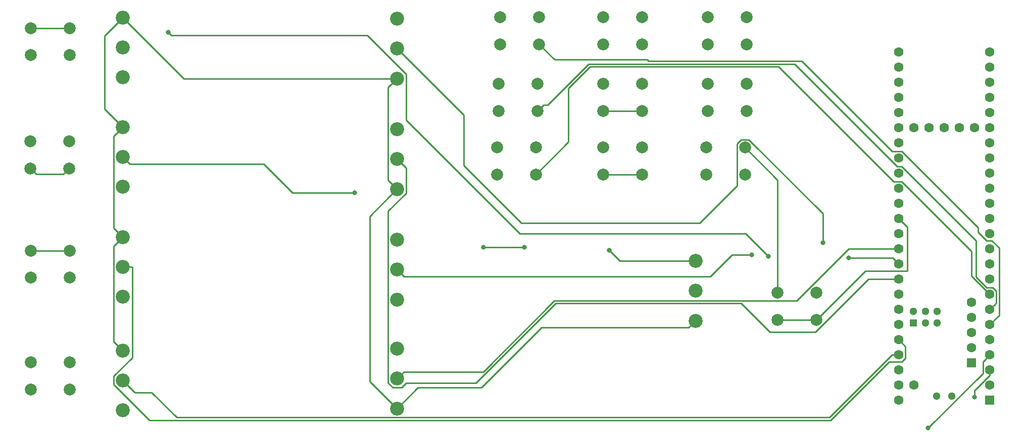
<source format=gbr>
G04 #@! TF.GenerationSoftware,KiCad,Pcbnew,(5.1.4-0-10_14)*
G04 #@! TF.CreationDate,2020-08-23T12:41:51+02:00*
G04 #@! TF.ProjectId,the_mvp,7468655f-6d76-4702-9e6b-696361645f70,1.0*
G04 #@! TF.SameCoordinates,Original*
G04 #@! TF.FileFunction,Copper,L2,Bot*
G04 #@! TF.FilePolarity,Positive*
%FSLAX46Y46*%
G04 Gerber Fmt 4.6, Leading zero omitted, Abs format (unit mm)*
G04 Created by KiCad (PCBNEW (5.1.4-0-10_14)) date 2020-08-23 12:41:51*
%MOMM*%
%LPD*%
G04 APERTURE LIST*
%ADD10C,1.300000*%
%ADD11C,1.600000*%
%ADD12R,1.300000X1.300000*%
%ADD13R,1.600000X1.600000*%
%ADD14C,2.000000*%
%ADD15C,2.340000*%
%ADD16C,0.800000*%
%ADD17C,0.250000*%
G04 APERTURE END LIST*
D10*
X208788000Y-92234000D03*
X211328000Y-92234000D03*
D11*
X204978000Y-47244000D03*
X207518000Y-47244000D03*
X210058000Y-47244000D03*
X212598000Y-47244000D03*
X215138000Y-47244000D03*
D10*
X208876400Y-79994000D03*
X208876400Y-77994000D03*
X206876400Y-77994000D03*
X206876400Y-79994000D03*
X204876400Y-77994000D03*
D12*
X204876400Y-79994000D03*
D11*
X217678000Y-52324000D03*
X217678000Y-49784000D03*
X217678000Y-47244000D03*
X217678000Y-44704000D03*
X217678000Y-54864000D03*
X217678000Y-57404000D03*
X217678000Y-59944000D03*
X217678000Y-42164000D03*
X217678000Y-39624000D03*
X217678000Y-37084000D03*
X217678000Y-34544000D03*
X202438000Y-34544000D03*
X202438000Y-37084000D03*
X202438000Y-39624000D03*
X202438000Y-42164000D03*
X202438000Y-44704000D03*
X202438000Y-47244000D03*
X202438000Y-49784000D03*
X202438000Y-52324000D03*
X202438000Y-54864000D03*
X202438000Y-57404000D03*
X217678000Y-62484000D03*
X217678000Y-65024000D03*
X217678000Y-67564000D03*
X217678000Y-70104000D03*
X217678000Y-72644000D03*
X217678000Y-75184000D03*
X217678000Y-77724000D03*
X217678000Y-80264000D03*
X217678000Y-82804000D03*
X217678000Y-85344000D03*
X217678000Y-87884000D03*
X217678000Y-90424000D03*
D13*
X217678000Y-92964000D03*
D11*
X202438000Y-59944000D03*
X202438000Y-62484000D03*
X202438000Y-65024000D03*
X202438000Y-67564000D03*
X202438000Y-70104000D03*
X202438000Y-72644000D03*
X202438000Y-75184000D03*
X202438000Y-77724000D03*
X202438000Y-80264000D03*
X202438000Y-82804000D03*
X202438000Y-85344000D03*
X202438000Y-87884000D03*
X202438000Y-90424000D03*
X202438000Y-92964000D03*
D13*
X214627200Y-86664800D03*
D11*
X214627200Y-84124800D03*
X214627200Y-81584800D03*
X214627200Y-79044800D03*
X214627200Y-76504800D03*
X204978000Y-90424000D03*
D14*
X159408000Y-50546000D03*
X159408000Y-55046000D03*
X152908000Y-50546000D03*
X152908000Y-55046000D03*
X159408000Y-39878000D03*
X159408000Y-44378000D03*
X152908000Y-39878000D03*
X152908000Y-44378000D03*
X141882000Y-39878000D03*
X141882000Y-44378000D03*
X135382000Y-39878000D03*
X135382000Y-44378000D03*
D15*
X168402000Y-69596000D03*
X168402000Y-74596000D03*
X168402000Y-79596000D03*
X118364000Y-84328000D03*
X118364000Y-89328000D03*
X118364000Y-94328000D03*
X118364000Y-66040000D03*
X118364000Y-71040000D03*
X118364000Y-76040000D03*
X118364000Y-47498000D03*
X118364000Y-52498000D03*
X118364000Y-57498000D03*
X118364000Y-28956000D03*
X118364000Y-33956000D03*
X118364000Y-38956000D03*
X72390000Y-94615000D03*
X72390000Y-89615000D03*
X72390000Y-84615000D03*
X72390000Y-75565000D03*
X72390000Y-70565000D03*
X72390000Y-65565000D03*
X72390000Y-57150000D03*
X72390000Y-52150000D03*
X72390000Y-47150000D03*
X72390000Y-38735000D03*
X72390000Y-33735000D03*
X72390000Y-28735000D03*
D14*
X63500000Y-86614000D03*
X63500000Y-91114000D03*
X57000000Y-86614000D03*
X57000000Y-91114000D03*
X57000000Y-72390000D03*
X57000000Y-67890000D03*
X63500000Y-72390000D03*
X63500000Y-67890000D03*
X63396000Y-49530000D03*
X63396000Y-54030000D03*
X56896000Y-49530000D03*
X56896000Y-54030000D03*
X57000000Y-35052000D03*
X57000000Y-30552000D03*
X63500000Y-35052000D03*
X63500000Y-30552000D03*
X188618000Y-74930000D03*
X188618000Y-79430000D03*
X182118000Y-74930000D03*
X182118000Y-79430000D03*
X176680000Y-50546000D03*
X176680000Y-55046000D03*
X170180000Y-50546000D03*
X170180000Y-55046000D03*
X176934000Y-39878000D03*
X176934000Y-44378000D03*
X170434000Y-39878000D03*
X170434000Y-44378000D03*
X176934000Y-28702000D03*
X176934000Y-33202000D03*
X170434000Y-28702000D03*
X170434000Y-33202000D03*
X159408000Y-28702000D03*
X159408000Y-33202000D03*
X152908000Y-28702000D03*
X152908000Y-33202000D03*
X141628000Y-50546000D03*
X141628000Y-55046000D03*
X135128000Y-50546000D03*
X135128000Y-55046000D03*
X142136000Y-28702000D03*
X142136000Y-33202000D03*
X135636000Y-28702000D03*
X135636000Y-33202000D03*
D16*
X207352500Y-97624500D03*
X215099500Y-92417500D03*
X177800000Y-68580000D03*
X194056000Y-69088000D03*
X189738000Y-66548000D03*
X180594000Y-68834000D03*
X80010000Y-31242000D03*
X111252000Y-58166000D03*
X132842000Y-67310000D03*
X139700000Y-67310000D03*
X153924000Y-67818000D03*
D17*
X182118000Y-55984000D02*
X176680000Y-50546000D01*
X182118000Y-74930000D02*
X182118000Y-55984000D01*
X151130000Y-35814000D02*
X151384000Y-35814000D01*
X144748000Y-35814000D02*
X142136000Y-33202000D01*
X151384000Y-35814000D02*
X144748000Y-35814000D01*
X160274000Y-35814000D02*
X151384000Y-35814000D01*
X217678000Y-80264000D02*
X219253011Y-78688989D01*
X202978001Y-51198999D02*
X201312999Y-51198999D01*
X219253011Y-67361011D02*
X218041001Y-66149001D01*
X215716501Y-64727503D02*
X215716501Y-63937499D01*
X217137999Y-66149001D02*
X215716501Y-64727503D01*
X160528000Y-36068000D02*
X160274000Y-35814000D01*
X186182000Y-36068000D02*
X160528000Y-36068000D01*
X215716501Y-63937499D02*
X202978001Y-51198999D01*
X218041001Y-66149001D02*
X217137999Y-66149001D01*
X219253011Y-78688989D02*
X219253011Y-67361011D01*
X201312999Y-51198999D02*
X186182000Y-36068000D01*
X218477999Y-76924001D02*
X217678000Y-77724000D01*
X218803001Y-76598999D02*
X218477999Y-76924001D01*
X218803001Y-74643999D02*
X218803001Y-76598999D01*
X217189409Y-74058999D02*
X218218001Y-74058999D01*
X142881999Y-43378001D02*
X143565999Y-43378001D01*
X202187997Y-53738999D02*
X202978001Y-53738999D01*
X215392000Y-66152998D02*
X215392000Y-72261590D01*
X202978001Y-53738999D02*
X215392000Y-66152998D01*
X150425990Y-36518010D02*
X184967008Y-36518010D01*
X184967008Y-36518010D02*
X202187997Y-53738999D01*
X215392000Y-72261590D02*
X217189409Y-74058999D01*
X141882000Y-44378000D02*
X142881999Y-43378001D01*
X218218001Y-74058999D02*
X218803001Y-74643999D01*
X143565999Y-43378001D02*
X150425990Y-36518010D01*
X216878001Y-74384001D02*
X217678000Y-75184000D01*
X202978001Y-56278999D02*
X214630000Y-67930998D01*
X214630000Y-72136000D02*
X216878001Y-74384001D01*
X201566999Y-56278999D02*
X202978001Y-56278999D01*
X182256020Y-36968020D02*
X201566999Y-56278999D01*
X150737980Y-36968020D02*
X182256020Y-36968020D01*
X214630000Y-67930998D02*
X214630000Y-72136000D01*
X147066000Y-49608000D02*
X147066000Y-40640000D01*
X147066000Y-40640000D02*
X150737980Y-36968020D01*
X141628000Y-55046000D02*
X147066000Y-49608000D01*
X152908000Y-44378000D02*
X159408000Y-44378000D01*
X152908000Y-55046000D02*
X159408000Y-55046000D01*
X188618000Y-79430000D02*
X196818999Y-71229001D01*
X182118000Y-79430000D02*
X188618000Y-79430000D01*
X216878001Y-86143999D02*
X217678000Y-85344000D01*
X216552999Y-86469001D02*
X216878001Y-86143999D01*
X216552999Y-88424001D02*
X216552999Y-86469001D01*
X207352500Y-97624500D02*
X216552999Y-88424001D01*
X57000000Y-67890000D02*
X63500000Y-67890000D01*
X217678000Y-88758998D02*
X217678000Y-87884000D01*
X215099500Y-91337498D02*
X217678000Y-88758998D01*
X215099500Y-92417500D02*
X215099500Y-91337498D01*
X62396001Y-55029999D02*
X63396000Y-54030000D01*
X57895999Y-55029999D02*
X62396001Y-55029999D01*
X56896000Y-54030000D02*
X57895999Y-55029999D01*
X57000000Y-30552000D02*
X63500000Y-30552000D01*
X119533999Y-88158001D02*
X132821999Y-88158001D01*
X118364000Y-89328000D02*
X119533999Y-88158001D01*
X194022998Y-67564000D02*
X201306630Y-67564000D01*
X185331997Y-76255001D02*
X194022998Y-67564000D01*
X201306630Y-67564000D02*
X202438000Y-67564000D01*
X144724999Y-76255001D02*
X185331997Y-76255001D01*
X132821999Y-88158001D02*
X144724999Y-76255001D01*
X119533999Y-72209999D02*
X170868001Y-72209999D01*
X118364000Y-71040000D02*
X119533999Y-72209999D01*
X170868001Y-72209999D02*
X174498000Y-68580000D01*
X174498000Y-68580000D02*
X177800000Y-68580000D01*
X177800000Y-68580000D02*
X177800000Y-68580000D01*
X201422000Y-69088000D02*
X202438000Y-70104000D01*
X194056000Y-69088000D02*
X201422000Y-69088000D01*
X119859001Y-53993001D02*
X119533999Y-53667999D01*
X119533999Y-53667999D02*
X118364000Y-52498000D01*
X119859001Y-58215601D02*
X119859001Y-53993001D01*
X116868999Y-90045601D02*
X116868999Y-61205603D01*
X116868999Y-61205603D02*
X119859001Y-58215601D01*
X119081601Y-90823001D02*
X117646399Y-90823001D01*
X119859001Y-90045601D02*
X119081601Y-90823001D01*
X131570809Y-90045601D02*
X119859001Y-90045601D01*
X144911399Y-76705011D02*
X131570809Y-90045601D01*
X176019011Y-76705011D02*
X144911399Y-76705011D01*
X117646399Y-90823001D02*
X116868999Y-90045601D01*
X188475002Y-81534000D02*
X180848000Y-81534000D01*
X180848000Y-81534000D02*
X176019011Y-76705011D01*
X197365002Y-72644000D02*
X188475002Y-81534000D01*
X202438000Y-72644000D02*
X197365002Y-72644000D01*
X129540000Y-45132000D02*
X129540000Y-53594000D01*
X118364000Y-33956000D02*
X129540000Y-45132000D01*
X129540000Y-53594000D02*
X139192000Y-63246000D01*
X176043999Y-49220999D02*
X177316001Y-49220999D01*
X177316001Y-49220999D02*
X189738000Y-61642998D01*
X175354999Y-56933009D02*
X175354999Y-49909999D01*
X175354999Y-49909999D02*
X176043999Y-49220999D01*
X169042008Y-63246000D02*
X175354999Y-56933009D01*
X139192000Y-63246000D02*
X169042008Y-63246000D01*
X189738000Y-61642998D02*
X189738000Y-66294000D01*
X189738000Y-66294000D02*
X189738000Y-66548000D01*
X189738000Y-66548000D02*
X189738000Y-66548000D01*
X176784000Y-65024000D02*
X138938000Y-65024000D01*
X180594000Y-68834000D02*
X176784000Y-65024000D01*
X119859001Y-38238399D02*
X113370602Y-31750000D01*
X119859001Y-45945001D02*
X119859001Y-38238399D01*
X138938000Y-65024000D02*
X119859001Y-45945001D01*
X113370602Y-31750000D02*
X80518000Y-31750000D01*
X80518000Y-31750000D02*
X80010000Y-31242000D01*
X80010000Y-31242000D02*
X80010000Y-31242000D01*
X111252000Y-58166000D02*
X111252000Y-58166000D01*
X132842000Y-67310000D02*
X139700000Y-67310000D01*
X73559999Y-53319999D02*
X72390000Y-52150000D01*
X95991999Y-53319999D02*
X73559999Y-53319999D01*
X100838000Y-58166000D02*
X95991999Y-53319999D01*
X111252000Y-58166000D02*
X100838000Y-58166000D01*
X203563001Y-85884001D02*
X203563001Y-83929001D01*
X202978001Y-86469001D02*
X203563001Y-85884001D01*
X203563001Y-83929001D02*
X202438000Y-82804000D01*
X191014030Y-96273010D02*
X200818039Y-86469001D01*
X70894999Y-90332601D02*
X76835408Y-96273010D01*
X70894999Y-88897399D02*
X70894999Y-90332601D01*
X73961000Y-85831398D02*
X70894999Y-88897399D01*
X200818039Y-86469001D02*
X202978001Y-86469001D01*
X73961000Y-70565000D02*
X73961000Y-85831398D01*
X76835408Y-96273010D02*
X191014030Y-96273010D01*
X72390000Y-70565000D02*
X73961000Y-70565000D01*
X74440001Y-91665001D02*
X72390000Y-89615000D01*
X77244999Y-91665001D02*
X74440001Y-91665001D01*
X81402999Y-95823001D02*
X77244999Y-91665001D01*
X202438000Y-85344000D02*
X201306630Y-85344000D01*
X190827629Y-95823001D02*
X81402999Y-95823001D01*
X201306630Y-85344000D02*
X190827629Y-95823001D01*
X168402000Y-79596000D02*
X167232001Y-80765999D01*
X121860001Y-90831999D02*
X118364000Y-94328000D01*
X117194001Y-58667999D02*
X118364000Y-57498000D01*
X113792000Y-62070000D02*
X117194001Y-58667999D01*
X113792000Y-89756000D02*
X113792000Y-62070000D01*
X118364000Y-94328000D02*
X113792000Y-89756000D01*
X117194001Y-40125999D02*
X118364000Y-38956000D01*
X116868999Y-40451001D02*
X117194001Y-40125999D01*
X116868999Y-56002999D02*
X116868999Y-40451001D01*
X118364000Y-57498000D02*
X116868999Y-56002999D01*
X82611000Y-38956000D02*
X72390000Y-28735000D01*
X118364000Y-38956000D02*
X82611000Y-38956000D01*
X71220001Y-29904999D02*
X72390000Y-28735000D01*
X69342000Y-31783000D02*
X71220001Y-29904999D01*
X69342000Y-44102000D02*
X69342000Y-31783000D01*
X72390000Y-47150000D02*
X69342000Y-44102000D01*
X71220001Y-64395001D02*
X72390000Y-65565000D01*
X70866000Y-48674000D02*
X70866000Y-64041000D01*
X70866000Y-64041000D02*
X71220001Y-64395001D01*
X72390000Y-47150000D02*
X70866000Y-48674000D01*
X70866000Y-67089000D02*
X70866000Y-83091000D01*
X71220001Y-83445001D02*
X72390000Y-84615000D01*
X70866000Y-83091000D02*
X71220001Y-83445001D01*
X72390000Y-65565000D02*
X70866000Y-67089000D01*
X142553999Y-80765999D02*
X132487999Y-90831999D01*
X167232001Y-80765999D02*
X142553999Y-80765999D01*
X132487999Y-90831999D02*
X121860001Y-90831999D01*
X155702000Y-69596000D02*
X168402000Y-69596000D01*
X153924000Y-67818000D02*
X155702000Y-69596000D01*
X196818999Y-71229001D02*
X203852999Y-71229001D01*
X203852999Y-63898999D02*
X202438000Y-62484000D01*
X203852999Y-71229001D02*
X203852999Y-63898999D01*
M02*

</source>
